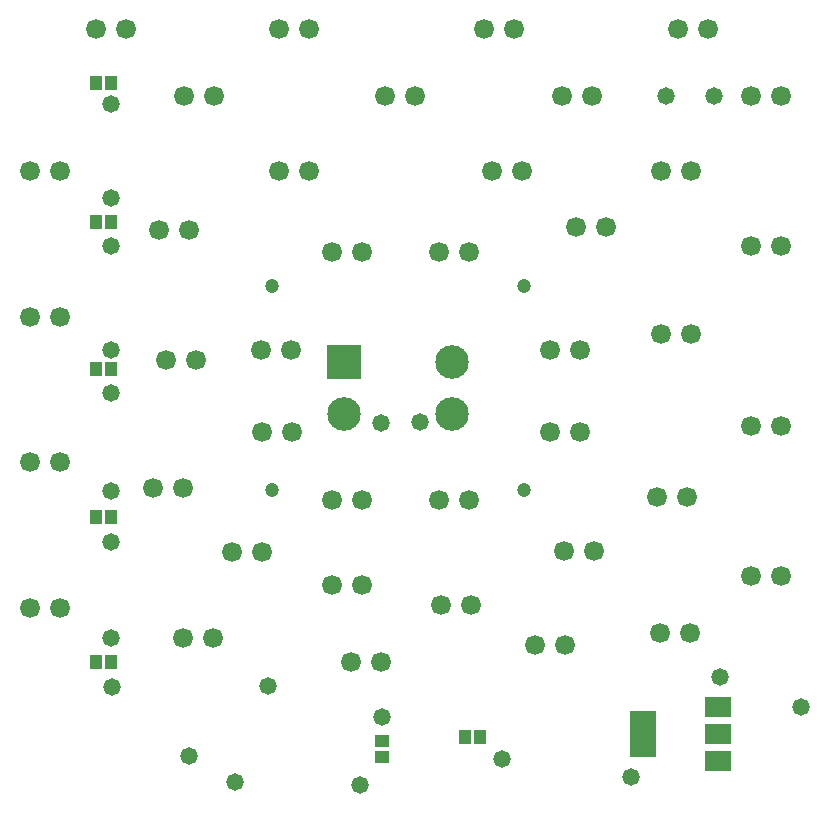
<source format=gbr>
%TF.GenerationSoftware,Altium Limited,Altium Designer,19.0.10 (269)*%
G04 Layer_Color=16711935*
%FSLAX26Y26*%
%MOIN*%
%TF.FileFunction,Soldermask,Bot*%
%TF.Part,Single*%
G01*
G75*
%TA.AperFunction,SMDPad,CuDef*%
%ADD28R,0.041465X0.045402*%
%ADD29R,0.086740X0.157606*%
%ADD30R,0.086740X0.067055*%
%ADD31R,0.045402X0.041465*%
%TA.AperFunction,ComponentPad*%
%ADD32C,0.066268*%
%ADD33C,0.047370*%
%ADD34C,0.111937*%
%ADD35R,0.111937X0.111937*%
%TA.AperFunction,ViaPad*%
%ADD36C,0.058000*%
D28*
X369409Y2393889D02*
D03*
X420591D02*
D03*
X369409Y1440000D02*
D03*
X420591D02*
D03*
X369409Y947222D02*
D03*
X420591D02*
D03*
X369409Y465000D02*
D03*
X420591D02*
D03*
X1650591Y215000D02*
D03*
X1599409D02*
D03*
X420591Y1930000D02*
D03*
X369409D02*
D03*
D29*
X2195984Y225000D02*
D03*
D30*
X2444016Y134449D02*
D03*
Y225000D02*
D03*
Y315551D02*
D03*
D31*
X1325000Y149409D02*
D03*
Y200590D02*
D03*
D32*
X1157598Y1830000D02*
D03*
X1257598D02*
D03*
X2310000Y2575000D02*
D03*
X2410000D02*
D03*
X1663333D02*
D03*
X1763333D02*
D03*
X980000D02*
D03*
X1080000D02*
D03*
X1885000Y1505000D02*
D03*
X1985000D02*
D03*
X1885000Y1230000D02*
D03*
X1985000D02*
D03*
X1157598Y720000D02*
D03*
X1257598D02*
D03*
X1220000Y465000D02*
D03*
X1320000D02*
D03*
X925000Y1230000D02*
D03*
X1025000D02*
D03*
X920000Y1505000D02*
D03*
X1020000D02*
D03*
X765000Y2350000D02*
D03*
X665000D02*
D03*
X470000Y2575000D02*
D03*
X370000D02*
D03*
X2025000Y2350000D02*
D03*
X1925000D02*
D03*
X2655000D02*
D03*
X2555000D02*
D03*
X1435000D02*
D03*
X1335000D02*
D03*
X2071667Y1915000D02*
D03*
X1971667D02*
D03*
X1615000Y1830000D02*
D03*
X1515000D02*
D03*
X680833Y1905000D02*
D03*
X580833D02*
D03*
X2353333Y2100000D02*
D03*
X2253333D02*
D03*
X1790000D02*
D03*
X1690000D02*
D03*
X1080000D02*
D03*
X980000D02*
D03*
X250000D02*
D03*
X150000D02*
D03*
X2353333Y1557500D02*
D03*
X2253333D02*
D03*
X705000Y1470000D02*
D03*
X605000D02*
D03*
X2655000Y1850000D02*
D03*
X2555000D02*
D03*
X250000Y1615000D02*
D03*
X150000D02*
D03*
X2340000Y1015000D02*
D03*
X2240000D02*
D03*
X2030000Y835000D02*
D03*
X1930000D02*
D03*
X925000Y830000D02*
D03*
X825000D02*
D03*
X660000Y1045000D02*
D03*
X560000D02*
D03*
X2655000Y1250000D02*
D03*
X2555000D02*
D03*
X1615000Y1005000D02*
D03*
X1515000D02*
D03*
X1257598D02*
D03*
X1157598D02*
D03*
X250000Y1130000D02*
D03*
X150000D02*
D03*
X2350000Y560000D02*
D03*
X2250000D02*
D03*
X1935000Y520000D02*
D03*
X1835000D02*
D03*
X760000Y545000D02*
D03*
X660000D02*
D03*
X2655000Y750000D02*
D03*
X2555000D02*
D03*
X1620000Y655000D02*
D03*
X1520000D02*
D03*
X250000Y645000D02*
D03*
X150000D02*
D03*
D33*
X1798032Y1037402D02*
D03*
X957874D02*
D03*
Y1718504D02*
D03*
X1798032D02*
D03*
D34*
X1198425Y1290354D02*
D03*
X1557480D02*
D03*
Y1465551D02*
D03*
D35*
X1198425D02*
D03*
D36*
X1724409Y141732D02*
D03*
X2450000Y415000D02*
D03*
X2720000Y315000D02*
D03*
X1320000Y1260000D02*
D03*
X1450000Y1265000D02*
D03*
X1325000Y280000D02*
D03*
X945000Y385000D02*
D03*
X1250000Y55000D02*
D03*
X835000Y65000D02*
D03*
X680000Y150000D02*
D03*
X420000Y2325000D02*
D03*
X2155000Y80000D02*
D03*
X420000Y2010000D02*
D03*
Y1850000D02*
D03*
Y1505000D02*
D03*
Y1360000D02*
D03*
Y1035000D02*
D03*
Y865000D02*
D03*
Y545000D02*
D03*
X425000Y380000D02*
D03*
X2430000Y2350000D02*
D03*
X2270000D02*
D03*
%TF.MD5,c5a16e03ed923c1cc7ec5d6762ac987f*%
M02*

</source>
